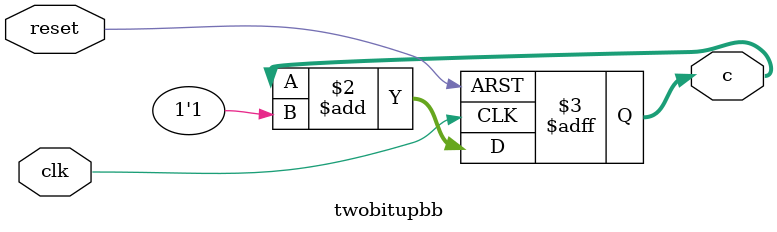
<source format=v>
`timescale 1ns / 1ps


module twobitupbb(
    clk, reset,c
    );
    parameter N = 2;
    input clk, reset;
    output reg [N-1:0] c;
    
    always @(posedge clk, posedge reset) begin
        if (reset) c <= 0; 
        else c <= c+1'b1;
    end
endmodule

</source>
